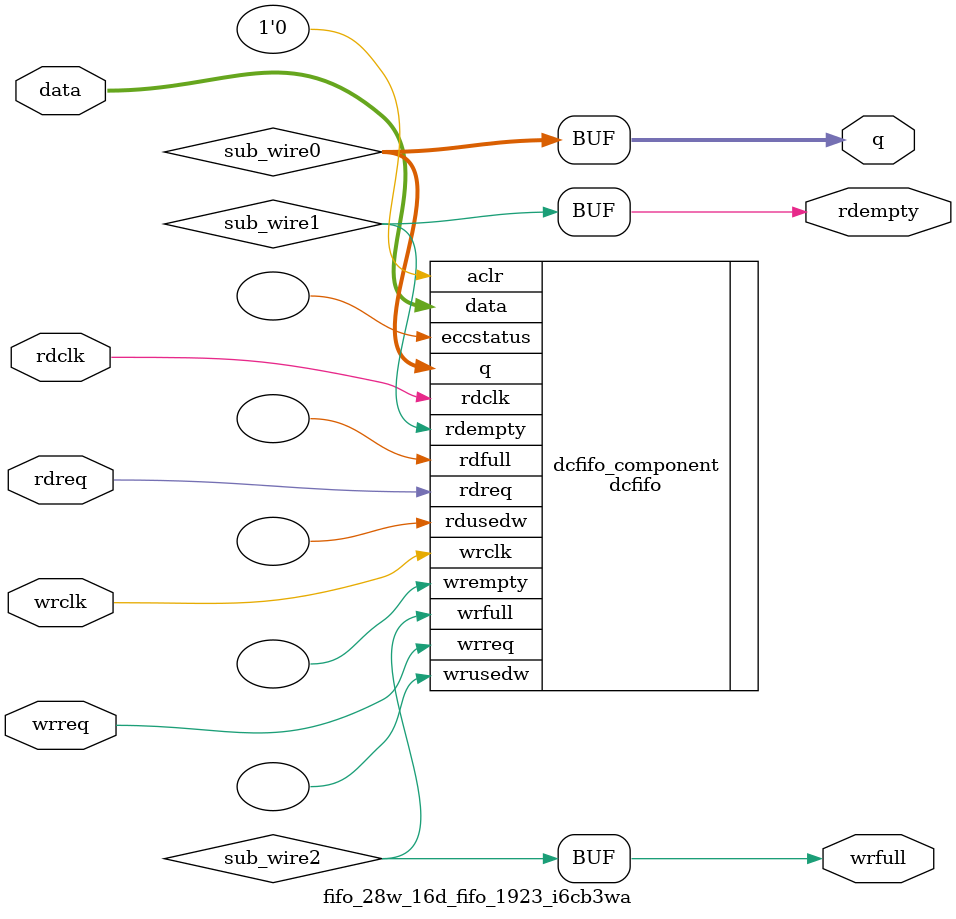
<source format=v>



`timescale 1 ps / 1 ps
// synopsys translate_on
module  fifo_28w_16d_fifo_1923_i6cb3wa  (
    data,
    rdclk,
    rdreq,
    wrclk,
    wrreq,
    q,
    rdempty,
    wrfull);

    input  [27:0]  data;
    input    rdclk;
    input    rdreq;
    input    wrclk;
    input    wrreq;
    output [27:0]  q;
    output   rdempty;
    output   wrfull;

    wire [27:0] sub_wire0;
    wire  sub_wire1;
    wire  sub_wire2;
    wire [27:0] q = sub_wire0[27:0];
    wire  rdempty = sub_wire1;
    wire  wrfull = sub_wire2;

    dcfifo  dcfifo_component (
                .data (data),
                .rdclk (rdclk),
                .rdreq (rdreq),
                .wrclk (wrclk),
                .wrreq (wrreq),
                .q (sub_wire0),
                .rdempty (sub_wire1),
                .wrfull (sub_wire2),
                .aclr (1'b0),
                .eccstatus (),
                .rdfull (),
                .rdusedw (),
                .wrempty (),
                .wrusedw ());
    defparam
        dcfifo_component.enable_ecc  = "FALSE",
        dcfifo_component.intended_device_family  = "Agilex",
        dcfifo_component.lpm_hint  = "DISABLE_DCFIFO_EMBEDDED_TIMING_CONSTRAINT=TRUE",
        dcfifo_component.lpm_numwords  = 16,
        dcfifo_component.lpm_showahead  = "OFF",
        dcfifo_component.lpm_type  = "dcfifo",
        dcfifo_component.lpm_width  = 28,
        dcfifo_component.lpm_widthu  = 4,
        dcfifo_component.overflow_checking  = "ON",
        dcfifo_component.rdsync_delaypipe  = 4,
        dcfifo_component.underflow_checking  = "ON",
        dcfifo_component.use_eab  = "ON",
        dcfifo_component.wrsync_delaypipe  = 4;


endmodule



</source>
